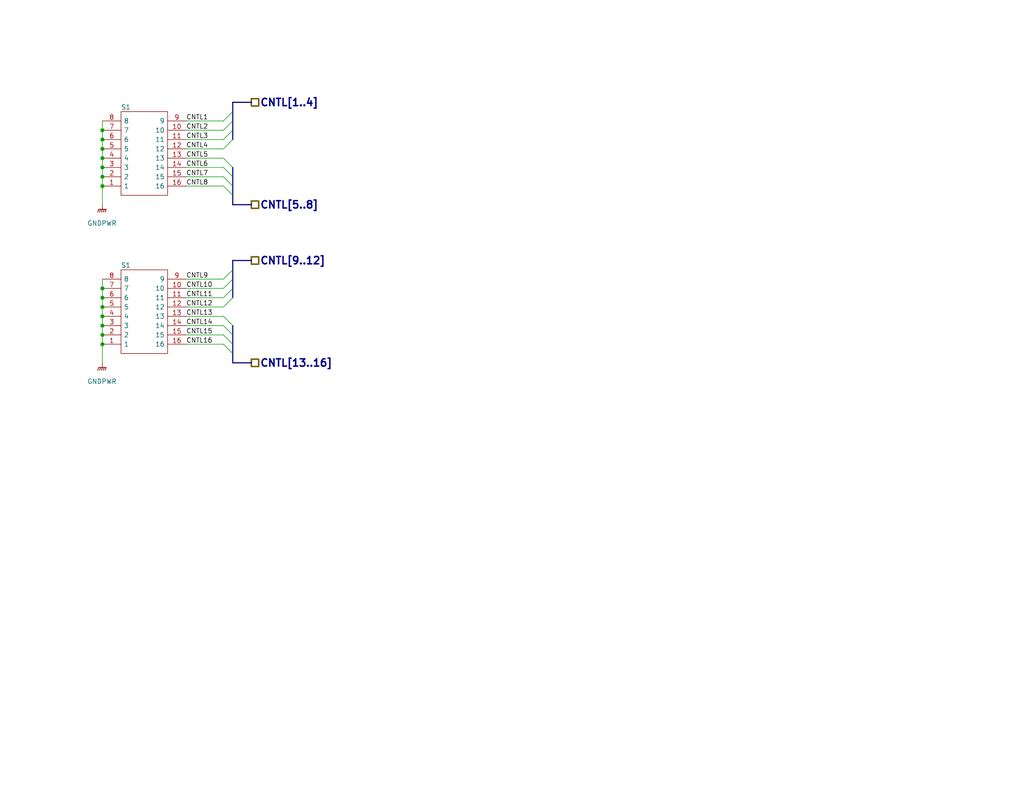
<source format=kicad_sch>
(kicad_sch (version 20230121) (generator eeschema)

  (uuid 9edce4e3-98eb-4763-bd90-99b6b0789149)

  (paper "USLetter")

  (title_block
    (title "Pico W 2X SSR Control")
    (date "2023-03-15")
    (rev "0.0.2")
    (company "Michael Cummings")
    (comment 1 "https://ohwr.org/project/cernohl/wikis/Documents/CERN-OHL-version-2")
    (comment 2 "Hardware License: CERN-OHL-W")
    (comment 3 "https://creativecommons.org/licenses/by-sa/4.0/")
    (comment 4 "License: CC By SA 4.0")
  )

  (lib_symbols
    (symbol "dragon_mobile:193-8MS" (pin_names (offset 0.762)) (in_bom yes) (on_board yes)
      (property "Reference" "S" (at 5.08 7.62 0)
        (effects (font (size 1.27 1.27)) (justify left))
      )
      (property "Value" "193-8MS" (at 5.08 5.08 0)
        (effects (font (size 1.5 1.5)) (justify left) hide)
      )
      (property "Footprint" "dragon_mobile:1938MS" (at 19.05 -22.86 0)
        (effects (font (size 1.27 1.27)) (justify left) hide)
      )
      (property "Datasheet" "https://componentsearchengine.com/Datasheets/1/193-8MS.pdf" (at 19.05 -25.4 0)
        (effects (font (size 1.27 1.27)) (justify left) hide)
      )
      (property "Description" "DIP Switches / SIP Switches 8 switch sections SPST" (at 19.05 -27.94 0)
        (effects (font (size 1.27 1.27)) (justify left) hide)
      )
      (property "MFN" "CTS" (at 19.05 -38.1 0)
        (effects (font (size 1.27 1.27)) (justify left) hide)
      )
      (property "MFP" "193-8MS" (at 19.05 -40.64 0)
        (effects (font (size 1.27 1.27)) (justify left) hide)
      )
      (property "Height (mm)" "9.37" (at 19.05 -30.48 0)
        (effects (font (size 1.27 1.27)) (justify left) hide)
      )
      (property "Mouser Part Number" "774-1938MS" (at 19.05 -33.02 0)
        (effects (font (size 1.27 1.27)) (justify left) hide)
      )
      (property "Mouser Price/Stock" "https://www.mouser.com/ProductDetail/CTS-Electronic-Components/193-8MS?qs=Mr%252BgrRYddfpU71WCaMSCKA%3D%3D" (at 19.05 -35.56 0)
        (effects (font (size 1.27 1.27)) (justify left) hide)
      )
      (property "ki_description" "DIP Switches / SIP Switches 8 switch sections SPST" (at 0 0 0)
        (effects (font (size 1.27 1.27)) hide)
      )
      (symbol "193-8MS_0_0"
        (pin passive line (at 0 0 0) (length 5.08)
          (name "1" (effects (font (size 1.27 1.27))))
          (number "1" (effects (font (size 1.27 1.27))))
        )
        (pin passive line (at 22.86 -15.24 180) (length 5.08)
          (name "10" (effects (font (size 1.27 1.27))))
          (number "10" (effects (font (size 1.27 1.27))))
        )
        (pin passive line (at 22.86 -12.7 180) (length 5.08)
          (name "11" (effects (font (size 1.27 1.27))))
          (number "11" (effects (font (size 1.27 1.27))))
        )
        (pin passive line (at 22.86 -10.16 180) (length 5.08)
          (name "12" (effects (font (size 1.27 1.27))))
          (number "12" (effects (font (size 1.27 1.27))))
        )
        (pin passive line (at 22.86 -7.62 180) (length 5.08)
          (name "13" (effects (font (size 1.27 1.27))))
          (number "13" (effects (font (size 1.27 1.27))))
        )
        (pin passive line (at 22.86 -5.08 180) (length 5.08)
          (name "14" (effects (font (size 1.27 1.27))))
          (number "14" (effects (font (size 1.27 1.27))))
        )
        (pin passive line (at 22.86 -2.54 180) (length 5.08)
          (name "15" (effects (font (size 1.27 1.27))))
          (number "15" (effects (font (size 1.27 1.27))))
        )
        (pin passive line (at 22.86 0 180) (length 5.08)
          (name "16" (effects (font (size 1.27 1.27))))
          (number "16" (effects (font (size 1.27 1.27))))
        )
        (pin passive line (at 0 -2.54 0) (length 5.08)
          (name "2" (effects (font (size 1.27 1.27))))
          (number "2" (effects (font (size 1.27 1.27))))
        )
        (pin passive line (at 0 -5.08 0) (length 5.08)
          (name "3" (effects (font (size 1.27 1.27))))
          (number "3" (effects (font (size 1.27 1.27))))
        )
        (pin passive line (at 0 -7.62 0) (length 5.08)
          (name "4" (effects (font (size 1.27 1.27))))
          (number "4" (effects (font (size 1.27 1.27))))
        )
        (pin passive line (at 0 -10.16 0) (length 5.08)
          (name "5" (effects (font (size 1.27 1.27))))
          (number "5" (effects (font (size 1.27 1.27))))
        )
        (pin passive line (at 0 -12.7 0) (length 5.08)
          (name "6" (effects (font (size 1.27 1.27))))
          (number "6" (effects (font (size 1.27 1.27))))
        )
        (pin passive line (at 0 -15.24 0) (length 5.08)
          (name "7" (effects (font (size 1.27 1.27))))
          (number "7" (effects (font (size 1.27 1.27))))
        )
        (pin passive line (at 0 -17.78 0) (length 5.08)
          (name "8" (effects (font (size 1.27 1.27))))
          (number "8" (effects (font (size 1.27 1.27))))
        )
        (pin passive line (at 22.86 -17.78 180) (length 5.08)
          (name "9" (effects (font (size 1.27 1.27))))
          (number "9" (effects (font (size 1.27 1.27))))
        )
      )
      (symbol "193-8MS_0_1"
        (polyline
          (pts
            (xy 5.08 2.54)
            (xy 17.78 2.54)
            (xy 17.78 -20.32)
            (xy 5.08 -20.32)
            (xy 5.08 2.54)
          )
          (stroke (width 0.1524) (type default))
          (fill (type none))
        )
      )
    )
    (symbol "power:GNDPWR" (power) (pin_names (offset 0)) (in_bom yes) (on_board yes)
      (property "Reference" "#PWR" (at 0 -5.08 0)
        (effects (font (size 1.27 1.27)) hide)
      )
      (property "Value" "GNDPWR" (at 0 -3.302 0)
        (effects (font (size 1.27 1.27)))
      )
      (property "Footprint" "" (at 0 -1.27 0)
        (effects (font (size 1.27 1.27)) hide)
      )
      (property "Datasheet" "" (at 0 -1.27 0)
        (effects (font (size 1.27 1.27)) hide)
      )
      (property "ki_keywords" "global ground" (at 0 0 0)
        (effects (font (size 1.27 1.27)) hide)
      )
      (property "ki_description" "Power symbol creates a global label with name \"GNDPWR\" , global ground" (at 0 0 0)
        (effects (font (size 1.27 1.27)) hide)
      )
      (symbol "GNDPWR_0_1"
        (polyline
          (pts
            (xy 0 -1.27)
            (xy 0 0)
          )
          (stroke (width 0) (type default))
          (fill (type none))
        )
        (polyline
          (pts
            (xy -1.016 -1.27)
            (xy -1.27 -2.032)
            (xy -1.27 -2.032)
          )
          (stroke (width 0.2032) (type default))
          (fill (type none))
        )
        (polyline
          (pts
            (xy -0.508 -1.27)
            (xy -0.762 -2.032)
            (xy -0.762 -2.032)
          )
          (stroke (width 0.2032) (type default))
          (fill (type none))
        )
        (polyline
          (pts
            (xy 0 -1.27)
            (xy -0.254 -2.032)
            (xy -0.254 -2.032)
          )
          (stroke (width 0.2032) (type default))
          (fill (type none))
        )
        (polyline
          (pts
            (xy 0.508 -1.27)
            (xy 0.254 -2.032)
            (xy 0.254 -2.032)
          )
          (stroke (width 0.2032) (type default))
          (fill (type none))
        )
        (polyline
          (pts
            (xy 1.016 -1.27)
            (xy -1.016 -1.27)
            (xy -1.016 -1.27)
          )
          (stroke (width 0.2032) (type default))
          (fill (type none))
        )
        (polyline
          (pts
            (xy 1.016 -1.27)
            (xy 0.762 -2.032)
            (xy 0.762 -2.032)
            (xy 0.762 -2.032)
          )
          (stroke (width 0.2032) (type default))
          (fill (type none))
        )
      )
      (symbol "GNDPWR_1_1"
        (pin power_in line (at 0 0 270) (length 0) hide
          (name "GNDPWR" (effects (font (size 1.27 1.27))))
          (number "1" (effects (font (size 1.27 1.27))))
        )
      )
    )
  )

  (junction (at 27.94 43.18) (diameter 0) (color 0 0 0 0)
    (uuid 05edce05-8230-4113-9531-6095b52dbd44)
  )
  (junction (at 27.94 45.72) (diameter 0) (color 0 0 0 0)
    (uuid 13a19308-c337-471d-a054-017f3e245aa1)
  )
  (junction (at 27.94 88.9) (diameter 0) (color 0 0 0 0)
    (uuid 1df53be9-2851-4854-b561-0a9da9821d36)
  )
  (junction (at 27.94 81.28) (diameter 0) (color 0 0 0 0)
    (uuid 260c8ea5-3313-4d4c-8876-3228ef842cb1)
  )
  (junction (at 27.94 40.64) (diameter 0) (color 0 0 0 0)
    (uuid 4cfe60a5-db6c-4ad4-b579-542ed06f4708)
  )
  (junction (at 27.94 50.8) (diameter 0) (color 0 0 0 0)
    (uuid 646eb20b-4074-4f21-ba3f-8ff569d2363e)
  )
  (junction (at 27.94 86.36) (diameter 0) (color 0 0 0 0)
    (uuid 6bddc52a-ffe3-4116-98b0-57bf032d28fc)
  )
  (junction (at 27.94 48.26) (diameter 0) (color 0 0 0 0)
    (uuid 6e15bd0b-6fdf-46ab-82db-25b5d68a0cd3)
  )
  (junction (at 27.94 78.74) (diameter 0) (color 0 0 0 0)
    (uuid ac7cb47a-ca13-4aa0-8565-16a5db562fd6)
  )
  (junction (at 27.94 38.1) (diameter 0) (color 0 0 0 0)
    (uuid b385c2d7-9416-4d11-993f-629217cfc604)
  )
  (junction (at 27.94 91.44) (diameter 0) (color 0 0 0 0)
    (uuid e6f39516-4f3d-40e0-b6b0-94fa91f7e918)
  )
  (junction (at 27.94 35.56) (diameter 0) (color 0 0 0 0)
    (uuid ebcd795d-3835-4ecb-86e1-0557dd6bb1d9)
  )
  (junction (at 27.94 93.98) (diameter 0) (color 0 0 0 0)
    (uuid f3817db5-edeb-4d4f-bce9-3e1677da0f88)
  )
  (junction (at 27.94 83.82) (diameter 0) (color 0 0 0 0)
    (uuid fd1ed08d-96e3-4d78-8939-75a61630f48d)
  )

  (bus_entry (at 63.5 45.72) (size -2.54 -2.54)
    (stroke (width 0) (type default))
    (uuid 269bed56-613c-4322-b16c-ad01ff5cbf80)
  )
  (bus_entry (at 63.5 88.9) (size -2.54 -2.54)
    (stroke (width 0) (type default))
    (uuid 2a7d5136-7620-48fa-af68-93975294ca05)
  )
  (bus_entry (at 63.5 73.66) (size -2.54 2.54)
    (stroke (width 0) (type default))
    (uuid 2f7c584e-520c-4f1d-8537-185a5076c453)
  )
  (bus_entry (at 63.5 50.8) (size -2.54 -2.54)
    (stroke (width 0) (type default))
    (uuid 36b3a1a2-a65c-406a-98be-6ef093c1e2f3)
  )
  (bus_entry (at 63.5 91.44) (size -2.54 -2.54)
    (stroke (width 0) (type default))
    (uuid 4894b462-6b67-4636-8226-82a6fc583a20)
  )
  (bus_entry (at 63.5 76.2) (size -2.54 2.54)
    (stroke (width 0) (type default))
    (uuid 4ed48349-2888-422e-93b5-0515e873d891)
  )
  (bus_entry (at 63.5 30.48) (size -2.54 2.54)
    (stroke (width 0) (type default))
    (uuid 6a6fbebf-52fe-454e-a2c4-d3425fa3aee4)
  )
  (bus_entry (at 63.5 96.52) (size -2.54 -2.54)
    (stroke (width 0) (type default))
    (uuid 703ba17e-d250-4abb-b96b-97b604b19949)
  )
  (bus_entry (at 63.5 53.34) (size -2.54 -2.54)
    (stroke (width 0) (type default))
    (uuid 7b9ce41d-d374-4ff4-82f3-453acc2d3638)
  )
  (bus_entry (at 63.5 81.28) (size -2.54 2.54)
    (stroke (width 0) (type default))
    (uuid 9184b1aa-5da9-4570-bfd6-4f831e48ba94)
  )
  (bus_entry (at 63.5 48.26) (size -2.54 -2.54)
    (stroke (width 0) (type default))
    (uuid b43874f9-8b32-4193-b532-0f165e3b4f4b)
  )
  (bus_entry (at 63.5 93.98) (size -2.54 -2.54)
    (stroke (width 0) (type default))
    (uuid c0b9c7a0-0141-449d-ae1c-5ef3b32c02f8)
  )
  (bus_entry (at 63.5 35.56) (size -2.54 2.54)
    (stroke (width 0) (type default))
    (uuid f03f6d1c-3999-4aaf-b40b-b37ee33dec59)
  )
  (bus_entry (at 63.5 78.74) (size -2.54 2.54)
    (stroke (width 0) (type default))
    (uuid f6b5a417-8862-4fec-a4e2-76a3193cc732)
  )
  (bus_entry (at 63.5 33.02) (size -2.54 2.54)
    (stroke (width 0) (type default))
    (uuid f800ff31-5fda-43ed-8701-9746f08183d6)
  )
  (bus_entry (at 63.5 38.1) (size -2.54 2.54)
    (stroke (width 0) (type default))
    (uuid fb9e7101-f0a6-44a4-a575-2bcd41e50bac)
  )

  (wire (pts (xy 27.94 93.98) (xy 27.94 99.06))
    (stroke (width 0) (type default))
    (uuid 01879bfd-fd66-48af-86d0-d372d0feb6a7)
  )
  (bus (pts (xy 68.58 99.06) (xy 63.5 99.06))
    (stroke (width 0) (type default))
    (uuid 0355613f-9e04-4540-bc94-d01116f77b4f)
  )
  (bus (pts (xy 63.5 45.72) (xy 63.5 48.26))
    (stroke (width 0) (type default))
    (uuid 082cd829-b5b3-408b-8cdc-ed2f4c193a6a)
  )
  (bus (pts (xy 63.5 71.12) (xy 63.5 73.66))
    (stroke (width 0) (type default))
    (uuid 0e2c0d9c-19f3-4837-918f-870ab1eca8f6)
  )
  (bus (pts (xy 63.5 55.88) (xy 68.58 55.88))
    (stroke (width 0) (type default))
    (uuid 1276fa45-d784-48bd-a610-4eb4532d828f)
  )

  (wire (pts (xy 27.94 50.8) (xy 27.94 55.88))
    (stroke (width 0) (type default))
    (uuid 131ed04d-5a8e-432c-bfe3-76ca44c6348f)
  )
  (wire (pts (xy 50.8 83.82) (xy 60.96 83.82))
    (stroke (width 0) (type default))
    (uuid 151bf92e-8b9c-46fd-a9a8-4c35471c2d6c)
  )
  (bus (pts (xy 63.5 50.8) (xy 63.5 53.34))
    (stroke (width 0) (type default))
    (uuid 1b4b5004-0f60-4e62-a1d9-2bda3f7c6ad5)
  )

  (wire (pts (xy 50.8 76.2) (xy 60.96 76.2))
    (stroke (width 0) (type default))
    (uuid 1d27e2d3-50a5-43e5-88aa-e7e5fe70bd99)
  )
  (wire (pts (xy 27.94 81.28) (xy 27.94 83.82))
    (stroke (width 0) (type default))
    (uuid 1f789c75-6421-40b7-b6c0-6a1d326daf0e)
  )
  (wire (pts (xy 27.94 33.02) (xy 27.94 35.56))
    (stroke (width 0) (type default))
    (uuid 20098cd5-b46e-43b2-86be-271f9913666e)
  )
  (wire (pts (xy 50.8 48.26) (xy 60.96 48.26))
    (stroke (width 0) (type default))
    (uuid 210376b5-94d4-40d1-8fbf-f2d132ea23e6)
  )
  (bus (pts (xy 68.58 27.94) (xy 63.5 27.94))
    (stroke (width 0) (type default))
    (uuid 211ebd83-7223-40e1-900c-f70588d02640)
  )
  (bus (pts (xy 63.5 78.74) (xy 63.5 81.28))
    (stroke (width 0) (type default))
    (uuid 229ab5ba-afa7-447d-b518-b856c2d7b837)
  )

  (wire (pts (xy 50.8 40.64) (xy 60.96 40.64))
    (stroke (width 0) (type default))
    (uuid 2a8398ea-d359-44d4-b933-f69c2c297ce6)
  )
  (bus (pts (xy 63.5 27.94) (xy 63.5 30.48))
    (stroke (width 0) (type default))
    (uuid 30fb5169-7182-4b8c-bb7e-8f328bf1ad12)
  )
  (bus (pts (xy 63.5 30.48) (xy 63.5 33.02))
    (stroke (width 0) (type default))
    (uuid 340d040e-fba6-4dbf-8d48-1bfa64417413)
  )

  (wire (pts (xy 50.8 43.18) (xy 60.96 43.18))
    (stroke (width 0) (type default))
    (uuid 478350a1-d411-43c0-9883-bf78dffbe697)
  )
  (wire (pts (xy 27.94 86.36) (xy 27.94 88.9))
    (stroke (width 0) (type default))
    (uuid 5a8592bb-889c-4e2c-b696-8eaa8d8a5834)
  )
  (bus (pts (xy 63.5 93.98) (xy 63.5 91.44))
    (stroke (width 0) (type default))
    (uuid 614713fc-be00-4e02-a5bc-de34d239b566)
  )

  (wire (pts (xy 50.8 33.02) (xy 60.96 33.02))
    (stroke (width 0) (type default))
    (uuid 6318cc46-d765-4a17-aaed-e5c802df8547)
  )
  (wire (pts (xy 50.8 45.72) (xy 60.96 45.72))
    (stroke (width 0) (type default))
    (uuid 6669d8a4-f41b-4d4b-a56a-b6bf1d157c49)
  )
  (bus (pts (xy 63.5 48.26) (xy 63.5 50.8))
    (stroke (width 0) (type default))
    (uuid 6a2adaba-40b6-406e-8d05-968d7288ef11)
  )

  (wire (pts (xy 27.94 48.26) (xy 27.94 50.8))
    (stroke (width 0) (type default))
    (uuid 6ccca236-5d70-472c-b212-df55a8fbbbdb)
  )
  (wire (pts (xy 27.94 78.74) (xy 27.94 81.28))
    (stroke (width 0) (type default))
    (uuid 6d5146c6-3630-4dbe-9bd4-3157f9ffc7bd)
  )
  (bus (pts (xy 63.5 76.2) (xy 63.5 78.74))
    (stroke (width 0) (type default))
    (uuid 6efb426d-9ba3-40ac-af59-e18dc066d546)
  )

  (wire (pts (xy 27.94 43.18) (xy 27.94 45.72))
    (stroke (width 0) (type default))
    (uuid 73b3a484-c79c-4ec9-8f72-4325059743ae)
  )
  (wire (pts (xy 27.94 76.2) (xy 27.94 78.74))
    (stroke (width 0) (type default))
    (uuid 768f886d-67a4-4c95-b927-11f5ce03bc3a)
  )
  (wire (pts (xy 50.8 50.8) (xy 60.96 50.8))
    (stroke (width 0) (type default))
    (uuid 79caad8f-c801-4475-811c-f21f74c392fd)
  )
  (wire (pts (xy 50.8 88.9) (xy 60.96 88.9))
    (stroke (width 0) (type default))
    (uuid 7f6abd1f-7cf4-4261-90ec-b939486fc234)
  )
  (wire (pts (xy 27.94 91.44) (xy 27.94 93.98))
    (stroke (width 0) (type default))
    (uuid 980ff279-7366-4534-a45e-cc2723149958)
  )
  (wire (pts (xy 50.8 93.98) (xy 60.96 93.98))
    (stroke (width 0) (type default))
    (uuid 9c4ff933-5eba-485c-add2-790436816823)
  )
  (wire (pts (xy 27.94 35.56) (xy 27.94 38.1))
    (stroke (width 0) (type default))
    (uuid 9e19ed46-e27f-4ba1-a2f6-1b56f056821b)
  )
  (bus (pts (xy 63.5 71.12) (xy 68.58 71.12))
    (stroke (width 0) (type default))
    (uuid a6c00dee-81cd-4063-be31-1b652c93b65e)
  )

  (wire (pts (xy 27.94 88.9) (xy 27.94 91.44))
    (stroke (width 0) (type default))
    (uuid a6ca6ac8-e610-4edc-a4b2-9c918e895e07)
  )
  (wire (pts (xy 50.8 86.36) (xy 60.96 86.36))
    (stroke (width 0) (type default))
    (uuid a87f20cd-6efe-4277-a92b-f09419677522)
  )
  (bus (pts (xy 63.5 53.34) (xy 63.5 55.88))
    (stroke (width 0) (type default))
    (uuid aa1c8b1b-3eb1-4211-a1ea-cf9ff6c35bbc)
  )

  (wire (pts (xy 50.8 81.28) (xy 60.96 81.28))
    (stroke (width 0) (type default))
    (uuid b14515ae-1d9d-4f64-8a80-a8e2cb2471b9)
  )
  (bus (pts (xy 63.5 99.06) (xy 63.5 96.52))
    (stroke (width 0) (type default))
    (uuid b740f6f5-51f1-4d1b-b22f-9397737901af)
  )

  (wire (pts (xy 50.8 38.1) (xy 60.96 38.1))
    (stroke (width 0) (type default))
    (uuid bc9d3a48-8ed9-4164-a3ab-71e2b4e54de9)
  )
  (wire (pts (xy 50.8 78.74) (xy 60.96 78.74))
    (stroke (width 0) (type default))
    (uuid bcec49a4-acc3-4172-9e06-47ad94e43c05)
  )
  (wire (pts (xy 50.8 35.56) (xy 60.96 35.56))
    (stroke (width 0) (type default))
    (uuid c3c7c46d-3775-4b1f-a972-ad406b12cdbb)
  )
  (wire (pts (xy 50.8 91.44) (xy 60.96 91.44))
    (stroke (width 0) (type default))
    (uuid cc68ddee-f2a0-40b6-9f40-900e9baf5b6e)
  )
  (wire (pts (xy 27.94 83.82) (xy 27.94 86.36))
    (stroke (width 0) (type default))
    (uuid d3c1f6a4-850e-46c0-b66c-f380beff9f17)
  )
  (bus (pts (xy 63.5 33.02) (xy 63.5 35.56))
    (stroke (width 0) (type default))
    (uuid d4194fa9-a259-4c61-b660-2b933618b528)
  )
  (bus (pts (xy 63.5 73.66) (xy 63.5 76.2))
    (stroke (width 0) (type default))
    (uuid dd051ec7-4952-49cc-b5c7-63ca94709bf8)
  )

  (wire (pts (xy 27.94 45.72) (xy 27.94 48.26))
    (stroke (width 0) (type default))
    (uuid df095c44-5941-49cc-91f5-3150023fe0f5)
  )
  (bus (pts (xy 63.5 96.52) (xy 63.5 93.98))
    (stroke (width 0) (type default))
    (uuid e22bcf01-acad-40e5-87c7-91ceea425b51)
  )
  (bus (pts (xy 63.5 91.44) (xy 63.5 88.9))
    (stroke (width 0) (type default))
    (uuid e2cc7afe-b545-4be5-910d-5867ae8bead0)
  )

  (wire (pts (xy 27.94 40.64) (xy 27.94 43.18))
    (stroke (width 0) (type default))
    (uuid e7e0d0d7-9342-4638-b330-a7f6c3402e6b)
  )
  (wire (pts (xy 27.94 38.1) (xy 27.94 40.64))
    (stroke (width 0) (type default))
    (uuid ea193177-fadc-4bd0-9f1e-0e681958efff)
  )
  (bus (pts (xy 63.5 35.56) (xy 63.5 38.1))
    (stroke (width 0) (type default))
    (uuid fdc68e69-ee47-4a06-b0d3-fb34ab1964af)
  )

  (text "${SHEETNAME}" (at 12.7 17.78 0)
    (effects (font (size 4 4) bold) (justify left bottom))
    (uuid 202eaa88-f2bc-4a61-8292-7a9935845481)
  )

  (label "CNTL11" (at 50.8 81.28 0) (fields_autoplaced)
    (effects (font (size 1.27 1.27)) (justify left bottom))
    (uuid 0b19a140-5438-4bee-911b-f24df9d0f99f)
  )
  (label "CNTL12" (at 50.8 83.82 0) (fields_autoplaced)
    (effects (font (size 1.27 1.27)) (justify left bottom))
    (uuid 1cdf562f-743d-41f4-b0d1-b13d514f757a)
  )
  (label "CNTL10" (at 50.8 78.74 0) (fields_autoplaced)
    (effects (font (size 1.27 1.27)) (justify left bottom))
    (uuid 1dee8f4b-a661-4e44-9c5a-ee6b11d8790d)
  )
  (label "CNTL6" (at 50.8 45.72 0) (fields_autoplaced)
    (effects (font (size 1.27 1.27)) (justify left bottom))
    (uuid 26afb48b-78b7-4fa1-ace7-eb2ccb403d82)
  )
  (label "CNTL7" (at 50.8 48.26 0) (fields_autoplaced)
    (effects (font (size 1.27 1.27)) (justify left bottom))
    (uuid 367916c9-27ba-4af4-80c5-9f0cba79aa5c)
  )
  (label "CNTL4" (at 50.8 40.64 0) (fields_autoplaced)
    (effects (font (size 1.27 1.27)) (justify left bottom))
    (uuid 4fb19c84-3243-4cbc-a27d-a2ebf7caf6f9)
  )
  (label "CNTL16" (at 50.8 93.98 0) (fields_autoplaced)
    (effects (font (size 1.27 1.27)) (justify left bottom))
    (uuid 72363d14-78a3-4d53-9f95-7ea33937222c)
  )
  (label "CNTL1" (at 50.8 33.02 0) (fields_autoplaced)
    (effects (font (size 1.27 1.27)) (justify left bottom))
    (uuid 7aeec47d-8f5d-4441-a53c-fe01b82e84f8)
  )
  (label "CNTL8" (at 50.8 50.8 0) (fields_autoplaced)
    (effects (font (size 1.27 1.27)) (justify left bottom))
    (uuid 7bd037c3-2ada-444f-8a60-d2023703b595)
  )
  (label "CNTL15" (at 50.8 91.44 0) (fields_autoplaced)
    (effects (font (size 1.27 1.27)) (justify left bottom))
    (uuid 857b08f5-5a10-4447-8998-9d9645edfa0b)
  )
  (label "CNTL13" (at 50.8 86.36 0) (fields_autoplaced)
    (effects (font (size 1.27 1.27)) (justify left bottom))
    (uuid 93701352-6f40-4eab-9316-620d6dbd90d2)
  )
  (label "CNTL3" (at 50.8 38.1 0) (fields_autoplaced)
    (effects (font (size 1.27 1.27)) (justify left bottom))
    (uuid 9a94b785-be16-4f20-932a-b1a4015fa139)
  )
  (label "CNTL2" (at 50.8 35.56 0) (fields_autoplaced)
    (effects (font (size 1.27 1.27)) (justify left bottom))
    (uuid a25115c5-c73b-4ea5-bec0-c0c2e1c0d378)
  )
  (label "CNTL9" (at 50.8 76.2 0) (fields_autoplaced)
    (effects (font (size 1.27 1.27)) (justify left bottom))
    (uuid a9991103-c4eb-4e28-87ae-42d5008446f8)
  )
  (label "CNTL14" (at 50.8 88.9 0) (fields_autoplaced)
    (effects (font (size 1.27 1.27)) (justify left bottom))
    (uuid b2183c20-bc8e-4a0c-b493-1e0805f5fbc6)
  )
  (label "CNTL5" (at 50.8 43.18 0) (fields_autoplaced)
    (effects (font (size 1.27 1.27)) (justify left bottom))
    (uuid fccb390a-5f41-4342-afa0-55c7b005342f)
  )

  (hierarchical_label "CNTL[13..16]" (shape passive) (at 68.58 99.06 0) (fields_autoplaced)
    (effects (font (size 2 2) bold) (justify left))
    (uuid 71dc2ee0-ff5e-4790-aa61-98340091b9b0)
  )
  (hierarchical_label "CNTL[1..4]" (shape passive) (at 68.58 27.94 0) (fields_autoplaced)
    (effects (font (size 2 2) (thickness 0.4) bold) (justify left))
    (uuid c03bba43-ff30-47a7-a4bb-4d74c26d624c)
  )
  (hierarchical_label "CNTL[9..12]" (shape passive) (at 68.58 71.12 0) (fields_autoplaced)
    (effects (font (size 2 2) (thickness 0.4) bold) (justify left))
    (uuid d53279da-c992-4852-98d3-a8bb1853478d)
  )
  (hierarchical_label "CNTL[5..8]" (shape passive) (at 68.58 55.88 0) (fields_autoplaced)
    (effects (font (size 2 2) bold) (justify left))
    (uuid f739b7e4-1b80-4a06-9f04-eefac9e5d3d9)
  )

  (symbol (lib_id "power:GNDPWR") (at 27.94 99.06 0) (unit 1)
    (in_bom yes) (on_board yes) (dnp no) (fields_autoplaced)
    (uuid 05528fa5-8987-46b8-8e03-3c2a515956ae)
    (property "Reference" "#PWR016" (at 27.94 104.14 0)
      (effects (font (size 1.27 1.27)) hide)
    )
    (property "Value" "GNDPWR" (at 27.813 104.14 0)
      (effects (font (size 1.27 1.27)))
    )
    (property "Footprint" "" (at 27.94 100.33 0)
      (effects (font (size 1.27 1.27)) hide)
    )
    (property "Datasheet" "" (at 27.94 100.33 0)
      (effects (font (size 1.27 1.27)) hide)
    )
    (pin "1" (uuid d505e0cc-2113-44fa-a893-ac36ee1212b4))
    (instances
      (project "picow_2x_ssr_control"
        (path "/f6e5fabc-8c1a-4af2-9249-71e11b201fe5/a6c1837e-2d2f-4348-ab47-d8d47ca5a9fa"
          (reference "#PWR016") (unit 1)
        )
      )
    )
  )

  (symbol (lib_id "power:GNDPWR") (at 27.94 55.88 0) (unit 1)
    (in_bom yes) (on_board yes) (dnp no) (fields_autoplaced)
    (uuid 478e5eca-037c-452b-a035-c79606766f24)
    (property "Reference" "#PWR015" (at 27.94 60.96 0)
      (effects (font (size 1.27 1.27)) hide)
    )
    (property "Value" "GNDPWR" (at 27.813 60.96 0)
      (effects (font (size 1.27 1.27)))
    )
    (property "Footprint" "" (at 27.94 57.15 0)
      (effects (font (size 1.27 1.27)) hide)
    )
    (property "Datasheet" "" (at 27.94 57.15 0)
      (effects (font (size 1.27 1.27)) hide)
    )
    (pin "1" (uuid c9f54b2f-a556-4236-8c62-802fca05bbd0))
    (instances
      (project "picow_2x_ssr_control"
        (path "/f6e5fabc-8c1a-4af2-9249-71e11b201fe5/a6c1837e-2d2f-4348-ab47-d8d47ca5a9fa"
          (reference "#PWR015") (unit 1)
        )
      )
    )
  )

  (symbol (lib_id "dragon_mobile:193-8MS") (at 27.94 50.8 0) (mirror x) (unit 1)
    (in_bom yes) (on_board yes) (dnp no)
    (uuid 60ab5861-9508-4571-86c6-d69d2eeb98d2)
    (property "Reference" "S1" (at 33.02 29.972 0)
      (effects (font (size 1.27 1.27)) (justify left top))
    )
    (property "Value" "193-8MS" (at 38.1001 54.61 90)
      (effects (font (size 1.27 1.27)) (justify left) hide)
    )
    (property "Footprint" "dragon_mobile:1938MS" (at 50.8 69.85 0)
      (effects (font (size 1.27 1.27)) (justify left) hide)
    )
    (property "Datasheet" "https://componentsearchengine.com/Datasheets/1/193-8MS.pdf" (at 53.34 69.85 0)
      (effects (font (size 1.27 1.27)) (justify left) hide)
    )
    (property "Description" "DIP Switches / SIP Switches 8 switch sections SPST" (at 55.88 69.85 0)
      (effects (font (size 1.27 1.27)) (justify left) hide)
    )
    (property "MFN" "CTS" (at 27.94 50.8 0)
      (effects (font (size 1.27 1.27)) hide)
    )
    (property "MFP" "193-8MS" (at 27.94 50.8 0)
      (effects (font (size 1.27 1.27)) hide)
    )
    (property "Height (mm)" "9.37" (at 27.94 50.8 0)
      (effects (font (size 1.27 1.27)) hide)
    )
    (property "Mouser Price/Stock" "https://www.mouser.com/ProductDetail/CTS-Electronic-Components/193-8MS?qs=Mr%252BgrRYddfpU71WCaMSCKA%3D%3D" (at 63.5 69.85 0)
      (effects (font (size 1.27 1.27)) (justify left) hide)
    )
    (property "Mouser Part Number" "774-1938MS" (at 60.96 69.85 0)
      (effects (font (size 1.27 1.27)) (justify left) hide)
    )
    (property "Package" "Other" (at 27.94 50.8 0)
      (effects (font (size 1.27 1.27)) hide)
    )
    (property "Type" "SMD" (at 27.94 50.8 0)
      (effects (font (size 1.27 1.27)) hide)
    )
    (property "Your Instructions/Notes" "" (at 27.94 50.8 0)
      (effects (font (size 1.27 1.27)) hide)
    )
    (property "Characteristics" "DIP Switches / SIP Switches 8 switch sections SPST" (at 27.94 50.8 0)
      (effects (font (size 1.27 1.27)) hide)
    )
    (pin "1" (uuid 226da11e-fdde-4386-a83a-dfb71195d889))
    (pin "10" (uuid 5e77726d-55ab-452a-989c-0e98d6c64ab7))
    (pin "11" (uuid 6fde3911-3281-4667-9f14-fdb1a401231b))
    (pin "12" (uuid 79a17458-c5cd-4051-be4c-f1d8991c85de))
    (pin "13" (uuid 2b4ffc4c-65aa-4227-b04a-74e792a752e8))
    (pin "14" (uuid e8c25ec7-32cf-415e-8b9a-28c2d3becbc0))
    (pin "15" (uuid ec9cd05c-0def-441c-a22c-7722245d4ff7))
    (pin "16" (uuid 3edd52c6-ced8-44b9-b1f7-9eb09f48940f))
    (pin "2" (uuid 68bea095-ce7d-4a4a-bc51-4d27cb296e38))
    (pin "3" (uuid e8e1c3e7-9c04-42c8-850f-f10fb82c8798))
    (pin "4" (uuid 48d8869b-40eb-4762-bcaa-0f2c22bd0acc))
    (pin "5" (uuid c1377eb2-1bee-4b1a-b2d6-e81247a45660))
    (pin "6" (uuid 1668f3b7-dc9f-47ff-96f5-ff38e4cf5c56))
    (pin "7" (uuid fd546232-7fac-47be-8a7b-adbc4f9a2de6))
    (pin "8" (uuid 4bc257a2-0d50-4577-9ea4-1a6871164a7d))
    (pin "9" (uuid a12d5840-0f24-459b-b06d-f5a6c611c47f))
    (instances
      (project "picow_ssr_control"
        (path "/04b3a773-2568-4dd5-b3b9-f3130861ac39/6f32e7f5-0a22-4bb9-a836-1e48dd69b48f"
          (reference "S1") (unit 1)
        )
      )
      (project "picow_2x_ssr_control"
        (path "/f6e5fabc-8c1a-4af2-9249-71e11b201fe5/a6c1837e-2d2f-4348-ab47-d8d47ca5a9fa"
          (reference "S1") (unit 1)
        )
      )
    )
  )

  (symbol (lib_id "dragon_mobile:193-8MS") (at 27.94 93.98 0) (mirror x) (unit 1)
    (in_bom yes) (on_board yes) (dnp no)
    (uuid f814d5d5-015a-406c-b3e2-9f1753227c67)
    (property "Reference" "S1" (at 33.02 73.152 0)
      (effects (font (size 1.27 1.27)) (justify left top))
    )
    (property "Value" "193-8MS" (at 38.1001 97.79 90)
      (effects (font (size 1.27 1.27)) (justify left) hide)
    )
    (property "Footprint" "dragon_mobile:1938MS" (at 50.8 113.03 0)
      (effects (font (size 1.27 1.27)) (justify left) hide)
    )
    (property "Datasheet" "https://componentsearchengine.com/Datasheets/1/193-8MS.pdf" (at 53.34 113.03 0)
      (effects (font (size 1.27 1.27)) (justify left) hide)
    )
    (property "Description" "DIP Switches / SIP Switches 8 switch sections SPST" (at 55.88 113.03 0)
      (effects (font (size 1.27 1.27)) (justify left) hide)
    )
    (property "MFN" "CTS" (at 27.94 93.98 0)
      (effects (font (size 1.27 1.27)) hide)
    )
    (property "MFP" "193-8MS" (at 27.94 93.98 0)
      (effects (font (size 1.27 1.27)) hide)
    )
    (property "Height (mm)" "9.37" (at 27.94 93.98 0)
      (effects (font (size 1.27 1.27)) hide)
    )
    (property "Mouser Price/Stock" "https://www.mouser.com/ProductDetail/CTS-Electronic-Components/193-8MS?qs=Mr%252BgrRYddfpU71WCaMSCKA%3D%3D" (at 63.5 113.03 0)
      (effects (font (size 1.27 1.27)) (justify left) hide)
    )
    (property "Mouser Part Number" "774-1938MS" (at 60.96 113.03 0)
      (effects (font (size 1.27 1.27)) (justify left) hide)
    )
    (property "Package" "Other" (at 27.94 93.98 0)
      (effects (font (size 1.27 1.27)) hide)
    )
    (property "Type" "SMD" (at 27.94 93.98 0)
      (effects (font (size 1.27 1.27)) hide)
    )
    (property "Your Instructions/Notes" "" (at 27.94 93.98 0)
      (effects (font (size 1.27 1.27)) hide)
    )
    (property "Characteristics" "DIP Switches / SIP Switches 8 switch sections SPST" (at 27.94 93.98 0)
      (effects (font (size 1.27 1.27)) hide)
    )
    (pin "1" (uuid 7326e941-94b0-4386-96a0-2a912af1b75d))
    (pin "10" (uuid 394d570c-7598-4b7d-9ed9-27cb30651dc8))
    (pin "11" (uuid 1a6de9d6-8fc0-4b9f-90e5-5a9897984391))
    (pin "12" (uuid 2d7d1745-a17f-4f29-9be8-dd3859fa9b90))
    (pin "13" (uuid f409bf21-1517-433d-a3b0-ee5b7d66e46e))
    (pin "14" (uuid 8e52ccd5-1809-45b9-a4ce-3b0c8cc10c8d))
    (pin "15" (uuid 115ccec8-2faa-497b-8dd3-2a953e0f5b91))
    (pin "16" (uuid 1cdd8ff7-b0ee-4bd1-8956-53f98f14c1f5))
    (pin "2" (uuid 1c3ca4d6-16c7-4902-9f4f-e8a304594c2f))
    (pin "3" (uuid a8690b1f-4dfd-4a33-854c-ad15e515323f))
    (pin "4" (uuid 11f79268-2a12-4f07-8975-1a230b246eaa))
    (pin "5" (uuid 01665a32-214e-418f-86c3-0feea039f45e))
    (pin "6" (uuid d135758c-d3fe-4b01-b6d9-c14b3e3cc20d))
    (pin "7" (uuid 8aa2155f-1db7-4e88-8e83-b5a88f088745))
    (pin "8" (uuid 03efffd1-6224-4301-80d1-be7e77a78c2e))
    (pin "9" (uuid 61ed3a0f-d20a-4162-a9dc-cc279880c73d))
    (instances
      (project "picow_ssr_control"
        (path "/04b3a773-2568-4dd5-b3b9-f3130861ac39/6f32e7f5-0a22-4bb9-a836-1e48dd69b48f"
          (reference "S1") (unit 1)
        )
      )
      (project "picow_2x_ssr_control"
        (path "/f6e5fabc-8c1a-4af2-9249-71e11b201fe5/a6c1837e-2d2f-4348-ab47-d8d47ca5a9fa"
          (reference "S2") (unit 1)
        )
      )
    )
  )
)

</source>
